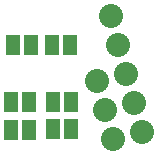
<source format=gbs>
G04 (created by PCBNEW-RS274X (2012-01-19 BZR 3256)-stable) date 12/05/2013 23:19:03*
G01*
G70*
G90*
%MOIN*%
G04 Gerber Fmt 3.4, Leading zero omitted, Abs format*
%FSLAX34Y34*%
G04 APERTURE LIST*
%ADD10C,0.006000*%
%ADD11C,0.080000*%
%ADD12R,0.045000X0.065000*%
G04 APERTURE END LIST*
G54D10*
G54D11*
X53729Y-37263D03*
X53280Y-39453D03*
X54246Y-39194D03*
X53211Y-35331D03*
X53021Y-38487D03*
X53987Y-38229D03*
X52763Y-37521D03*
X53470Y-36297D03*
G54D12*
X51875Y-38225D03*
X51275Y-38225D03*
X50475Y-38225D03*
X49875Y-38225D03*
X51875Y-39125D03*
X51275Y-39125D03*
X50475Y-39150D03*
X49875Y-39150D03*
X51850Y-36300D03*
X51250Y-36300D03*
X50550Y-36300D03*
X49950Y-36300D03*
M02*

</source>
